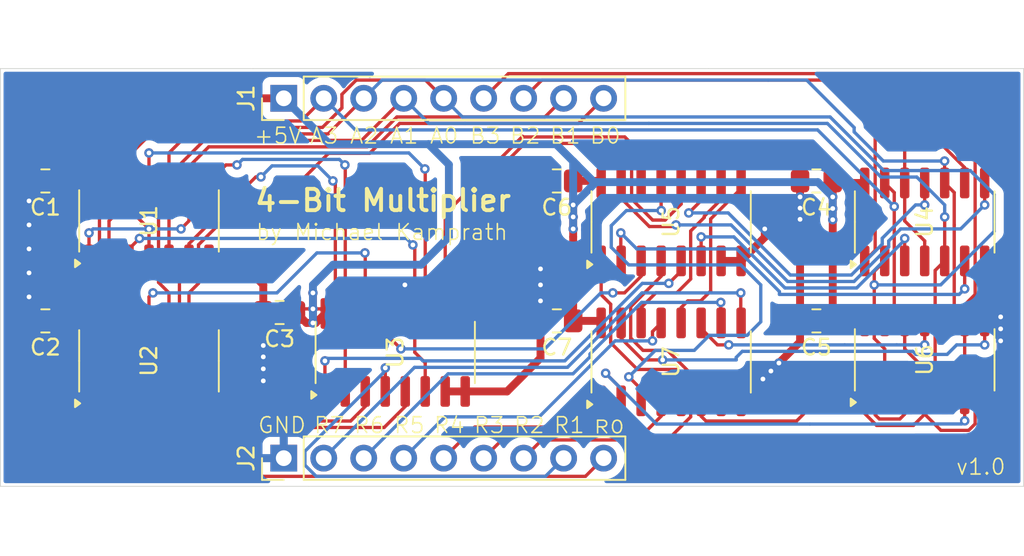
<source format=kicad_pcb>
(kicad_pcb (version 20241229) (generator "pcbnew") (generator_version "9.0")
  (layers (0 "F.Cu" signal) (2 "B.Cu" signal) (13 "F.Paste" user) (15 "B.Paste" user) (5 "F.SilkS" user "F.Silkscreen") (7 "B.SilkS" user "B.Silkscreen") (1 "F.Mask" user) (3 "B.Mask" user) (25 "Edge.Cuts" user))
  (net 0 "")
  (net 1 "GND")
  (net 2 "+5V")
  (net 3 "/B3")
  (net 4 "/B1")
  (net 5 "/A1")
  (net 6 "/A3")
  (net 7 "/B2")
  (net 8 "/B0")
  (net 9 "/A0")
  (net 10 "/A2")
  (net 11 "/R2")
  (net 12 "/R7")
  (net 13 "/R4")
  (net 14 "/R5")
  (net 15 "/R0")
  (net 16 "/R1")
  (net 17 "/R3")
  (net 18 "/R6")
  (net 19 "Net-(U3-B2)")
  (net 20 "Net-(U3-B1)")
  (net 21 "Net-(U3-B4)")
  (net 22 "Net-(U3-B3)")
  (net 23 "Net-(U3-A3)")
  (net 24 "Net-(U3-A1)")
  (net 25 "Net-(U3-A2)")
  (net 26 "Net-(U3-S2)")
  (net 27 "Net-(U3-S3)")
  (net 28 "Net-(U3-C4)")
  (net 29 "Net-(U3-S4)")
  (net 30 "Net-(U5-B1)")
  (net 31 "Net-(U5-B2)")
  (net 32 "Net-(U5-B3)")
  (net 33 "Net-(U5-B4)")
  (net 34 "Net-(U5-S4)")
  (net 35 "Net-(U5-S3)")
  (net 36 "Net-(U5-S2)")
  (net 37 "Net-(U5-C4)")
  (net 38 "Net-(U7-B4)")
  (net 39 "Net-(U7-B2)")
  (net 40 "Net-(U7-B3)")
  (net 41 "Net-(U7-B1)")
  (footprint "Connector_PinHeader_2.54mm:PinHeader_1x09_P2.54mm_Vertical" (layer "F.Cu") (at 100 112.86 90)
    (property "Reference" "J2")
    (property "Value" "Conn_01x09_Pin")
  )
  (footprint "Capacitor_SMD:C_0805_2012Metric_Pad1.18x1.45mm_HandSolder" (layer "F.Cu") (at 133.8365 104.14 180)
    (property "Reference" "C5")
    (property "Value" "0.1 µF")
  )
  (footprint "Capacitor_SMD:C_0805_2012Metric_Pad1.18x1.45mm_HandSolder" (layer "F.Cu") (at 133.8365 95.25 180)
    (property "Reference" "C4")
    (property "Value" "0.1 µF")
  )
  (footprint "Package_SO:SOIC-14_3.9x8.7mm_P1.27mm" (layer "F.Cu") (at 91.44 97.79 90)
    (property "Reference" "U1")
    (property "Value" "74AHCT08")
  )
  (footprint "Package_SO:SOIC-16_3.9x9.9mm_P1.27mm" (layer "F.Cu") (at 124.6085 106.745 90)
    (property "Reference" "U7")
    (property "Value" "74HCT283")
  )
  (footprint "Package_SO:SOIC-16_3.9x9.9mm_P1.27mm" (layer "F.Cu") (at 107.0825 106.1466 90)
    (property "Reference" "U3")
    (property "Value" "74HCT283")
  )
  (footprint "Capacitor_SMD:C_0805_2012Metric_Pad1.18x1.45mm_HandSolder" (layer "F.Cu") (at 117.348 104.14 180)
    (property "Reference" "C7")
    (property "Value" "0.1 µF")
  )
  (footprint "Package_SO:SOIC-14_3.9x8.7mm_P1.27mm" (layer "F.Cu") (at 140.716 97.855 90)
    (property "Reference" "U4")
    (property "Value" "74AHCT08")
  )
  (footprint "Capacitor_SMD:C_0805_2012Metric_Pad1.18x1.45mm_HandSolder" (layer "F.Cu") (at 84.8575 95.25 180)
    (property "Reference" "C1")
    (property "Value" "0.1 µF")
  )
  (footprint "Capacitor_SMD:C_0805_2012Metric_Pad1.18x1.45mm_HandSolder" (layer "F.Cu") (at 99.738 103.6066 180)
    (property "Reference" "C3")
    (property "Value" "0.1 µF")
  )
  (footprint "Package_SO:SOIC-14_3.9x8.7mm_P1.27mm" (layer "F.Cu") (at 91.44 106.68 90)
    (property "Reference" "U2")
    (property "Value" "74AHCT08")
  )
  (footprint "Package_SO:SOIC-16_3.9x9.9mm_P1.27mm" (layer "F.Cu") (at 124.6085 97.855 90)
    (property "Reference" "U5")
    (property "Value" "74HCT283")
  )
  (footprint "Capacitor_SMD:C_0805_2012Metric_Pad1.18x1.45mm_HandSolder" (layer "F.Cu") (at 117.348 95.25 180)
    (property "Reference" "C6")
    (property "Value" "0.1 µF")
  )
  (footprint "Connector_PinHeader_2.54mm:PinHeader_1x09_P2.54mm_Vertical" (layer "F.Cu") (at 100 90 90)
    (property "Reference" "J1")
    (property "Value" "Conn_01x09_Pin")
  )
  (footprint "Package_SO:SOIC-14_3.9x8.7mm_P1.27mm" (layer "F.Cu") (at 140.716 106.615 90)
    (property "Reference" "U6")
    (property "Value" "74AHCT08")
  )
  (footprint "Capacitor_SMD:C_0805_2012Metric_Pad1.18x1.45mm_HandSolder" (layer "F.Cu") (at 84.8575 104.14 180)
    (property "Reference" "C2")
    (property "Value" "0.1 µF")
  )
  (gr_line (start 82 88.1126) (end 82 114.65) (stroke (width 0.05)) (layer "Edge.Cuts"))
  (gr_line (start 101.6 114.65) (end 82 114.65) (stroke (width 0.05)) (layer "Edge.Cuts"))
  (gr_line (start 101.6 114.65) (end 147 114.65) (stroke (width 0.05)) (layer "Edge.Cuts"))
  (gr_line (start 147 88.1126) (end 147 114.65) (stroke (width 0.05)) (layer "Edge.Cuts"))
  (gr_line (start 98.044 88.1126) (end 82 88.1126) (stroke (width 0.05)) (layer "Edge.Cuts"))
  (gr_line (start 98.044 88.1126) (end 127 88.1126) (stroke (width 0.05)) (layer "Edge.Cuts"))
  (gr_line (start 127 88.1126) (end 147 88.1126) (stroke (width 0.05)) (layer "Edge.Cuts"))
  (gr_text "R2" (at 114.554 111.3536 0) (layer "F.SilkS") (effects (font (size 1 1) (thickness 0.1)) (justify left bottom)))
  (gr_text "4-Bit Multiplier" (at 98.044 97.282 0) (layer "F.SilkS") (effects (font (size 1.35 1.35) (thickness 0.25) (bold yes)) (justify left bottom)))
  (gr_text "A2" (at 104.14 92.964 0) (layer "F.SilkS") (effects (font (size 1 1) (thickness 0.1)) (justify left bottom)))
  (gr_text "B1" (at 116.84 92.964 0) (layer "F.SilkS") (effects (font (size 1 1) (thickness 0.1)) (justify left bottom)))
  (gr_text "R6" (at 104.394 111.3536 0) (layer "F.SilkS") (effects (font (size 1 1) (thickness 0.1)) (justify left bottom)))
  (gr_text "A3" (at 101.6 92.964 0) (layer "F.SilkS") (effects (font (size 1 1) (thickness 0.1)) (justify left bottom)))
  (gr_text "A0" (at 109.22 92.964 0) (layer "F.SilkS") (effects (font (size 1 1) (thickness 0.1)) (justify left bottom)))
  (gr_text "R4" (at 109.474 111.3536 0) (layer "F.SilkS") (effects (font (size 1 1) (thickness 0.1)) (justify left bottom)))
  (gr_text "R5" (at 106.934 111.3536 0) (layer "F.SilkS") (effects (font (size 1 1) (thickness 0.1)) (justify left bottom)))
  (gr_text "B0" (at 119.38 92.964 0) (layer "F.SilkS") (effects (font (size 1 1) (thickness 0.1)) (justify left bottom)))
  (gr_text "R1" (at 117.094 111.3536 0) (layer "F.SilkS") (effects (font (size 1 1) (thickness 0.1)) (justify left bottom)))
  (gr_text "B3" (at 111.76 92.964 0) (layer "F.SilkS") (effects (font (size 1 1) (thickness 0.1)) (justify left bottom)))
  (gr_text "R7" (at 101.854 111.3536 0) (layer "F.SilkS") (effects (font (size 1 1) (thickness 0.1)) (justify left bottom)))
  (gr_text "R0" (at 119.634 111.3536 0) (layer "F.SilkS") (effects (font (size 0.8 1) (thickness 0.1)) (justify left bottom)))
  (gr_text "v1.0" (at 142.6464 113.9952 0) (layer "F.SilkS") (effects (font (size 1 1) (thickness 0.1)) (justify left bottom)))
  (gr_text "by Michael Kamprath" (at 98.171 99.0854 0) (layer "F.SilkS") (effects (font (size 1 1) (thickness 0.1)) (justify left bottom)))
  (gr_text "B2" (at 114.3 92.964 0) (layer "F.SilkS") (effects (font (size 1 1) (thickness 0.1)) (justify left bottom)))
  (gr_text "+5V" (at 98.044 92.964 0) (layer "F.SilkS") (effects (font (size 1 1) (thickness 0.1)) (justify left bottom)))
  (gr_text "R3" (at 112.014 111.3536 0) (layer "F.SilkS") (effects (font (size 1 1) (thickness 0.1)) (justify left bottom)))
  (gr_text "GND" (at 98.298 111.3536 0) (layer "F.SilkS") (effects (font (size 1 1) (thickness 0.1)) (justify left bottom)))
  (gr_text "A1" (at 106.68 92.964 0) (layer "F.SilkS") (effects (font (size 1 1) (thickness 0.1)) (justify left bottom)))
  (segment (start 98.7005 106.426) (end 98.7005 105.7045) (width 0.5) (layer "F.Cu") (net 1))
  (segment (start 145.542 105.41) (end 145.542 108.074) (width 0.5) (layer "F.Cu") (net 1))
  (segment (start 83.82 101.092) (end 83.82 99.568) (width 0.5) (layer "F.Cu") (net 1))
  (segment (start 97.1154 100.265) (end 95.25 100.265) (width 0.5) (layer "F.Cu") (net 1))
  (segment (start 144.526 100.33) (end 145.542 101.346) (width 0.5) (layer "F.Cu") (net 1))
  (segment (start 130.94775 107.32575) (end 131.45575 106.81775) (width 0.5) (layer "F.Cu") (net 1))
  (segment (start 129.0535 100.33) (end 127.7835 100.33) (width 0.5) (layer "F.Cu") (net 1))
  (segment (start 130.43975 107.83375) (end 130.94775 107.32575) (width 0.5) (layer "F.Cu") (net 1))
  (segment (start 116.3105 106.4983) (end 114.1872 108.6216) (width 0.5) (layer "F.Cu") (net 1))
  (segment (start 132.799 105.4745) (end 132.799 104.14) (width 0.5) (layer "F.Cu") (net 1))
  (segment (start 116.3105 100.838) (end 116.3105 101.854) (width 0.5) (layer "F.Cu") (net 1))
  (segment (start 107.696 103.6501) (end 107.7175 103.6716) (width 0.21) (layer "F.Cu") (net 1))
  (segment (start 132.799 95.25) (end 132.799 96.266) (width 0.5) (layer "F.Cu") (net 1))
  (segment (start 98.7005 108.0555) (end 98.7005 107.95) (width 0.5) (layer "F.Cu") (net 1))
  (segment (start 97.601 109.155) (end 98.7005 108.0555) (width 0.5) (layer "F.Cu") (net 1))
  (segment (start 129.0535 109.22) (end 130.43975 107.83375) (width 0.5) (layer "F.Cu") (net 1))
  (segment (start 116.3105 95.25) (end 116.3105 100.838) (width 0.5) (layer "F.Cu") (net 1))
  (segment (start 116.3105 101.854) (end 116.3105 102.87) (width 0.5) (layer "F.Cu") (net 1))
  (segment (start 132.799 96.266) (end 132.799 96.774) (width 0.5) (layer "F.Cu") (net 1))
  (segment (start 130.556 98.8275) (end 129.0535 100.33) (width 0.5) (layer "F.Cu") (net 1))
  (segment (start 145.542 101.346) (end 145.542 103.886) (width 0.5) (layer "F.Cu") (net 1))
  (segment (start 107.7175 101.8755) (end 107.696 101.854) (width 0.21) (layer "F.Cu") (net 1))
  (segment (start 129.0535 109.22) (end 127.7835 109.22) (width 0.5) (layer "F.Cu") (net 1))
  (segment (start 116.3105 102.87) (end 116.3105 104.14) (width 0.5) (layer "F.Cu") (net 1))
  (segment (start 83.82 102.616) (end 83.82 101.092) (width 0.5) (layer "F.Cu") (net 1))
  (segment (start 107.696 101.854) (end 107.696 103.6501) (width 0.21) (layer "F.Cu") (net 1))
  (segment (start 116.3105 104.14) (end 116.3105 106.4983) (width 0.5) (layer "F.Cu") (net 1))
  (segment (start 98.7005 107.95) (end 98.7005 107.188) (width 0.5) (layer "F.Cu") (net 1))
  (segment (start 131.45575 106.81775) (end 132.799 105.4745) (width 0.5) (layer "F.Cu") (net 1))
  (segment (start 98.7005 107.188) (end 98.7005 106.426) (width 0.5) (layer "F.Cu") (net 1))
  (segment (start 130.556 98.298) (end 130.556 98.8275) (width 0.5) (layer "F.Cu") (net 1))
  (segment (start 95.25 109.155) (end 97.601 109.155) (width 0.5) (layer "F.Cu") (net 1))
  (segment (start 114.1872 108.6216) (end 111.5275 108.6216) (width 0.5) (layer "F.Cu") (net 1))
  (segment (start 98.7005 103.6066) (end 98.7005 101.8501) (width 0.5) (layer "F.Cu") (net 1))
  (segment (start 98.7005 101.8501) (end 97.1154 100.265) (width 0.5) (layer "F.Cu") (net 1))
  (segment (start 83.82 104.14) (end 83.82 102.616) (width 0.5) (layer "F.Cu") (net 1))
  (segment (start 83.82 98.044) (end 83.82 96.52) (width 0.5) (layer "F.Cu") (net 1))
  (segment (start 145.542 103.886) (end 145.542 105.41) (width 0.5) (layer "F.Cu") (net 1))
  (segment (start 83.82 99.568) (end 83.82 98.044) (width 0.5) (layer "F.Cu") (net 1))
  (segment (start 111.5275 108.6216) (end 110.2575 108.6216) (width 0.5) (layer "F.Cu") (net 1))
  (segment (start 145.542 108.074) (end 144.526 109.09) (width 0.5) (layer "F.Cu") (net 1))
  (segment (start 132.799 96.774) (end 132.799 97.282) (width 0.5) (layer "F.Cu") (net 1))
  (segment (start 83.82 96.52) (end 83.82 95.25) (width 0.5) (layer "F.Cu") (net 1))
  (segment (start 132.799 97.282) (end 132.799 104.14) (width 0.5) (layer "F.Cu") (net 1))
  (segment (start 98.7005 105.7045) (end 98.7005 105.7695) (width 0.5) (layer "F.Cu") (net 1))
  (segment (start 98.7005 105.7045) (end 98.7005 103.6066) (width 0.5) (layer "F.Cu") (net 1))
  (via (at 98.7005 106.426) (size 0.6) (drill 0.3) (layers "F.Cu" "B.Cu") (net 1))
  (via (at 116.3105 100.838) (size 0.6) (drill 0.3) (layers "F.Cu" "B.Cu") (net 1))
  (via (at 98.7005 107.95) (size 0.6) (drill 0.3) (layers "F.Cu" "B.Cu") (net 1))
  (via (at 116.3105 101.854) (size 0.6) (drill 0.3) (layers "F.Cu" "B.Cu") (net 1))
  (via (at 98.7005 107.188) (size 0.6) (drill 0.3) (layers "F.Cu" "B.Cu") (net 1))
  (via (at 132.799 96.266) (size 0.6) (drill 0.3) (layers "F.Cu" "B.Cu") (net 1))
  (via (at 83.82 99.568) (size 0.6) (drill 0.3) (layers "F.Cu" "B.Cu") (net 1))
  (via (at 131.45575 106.81775) (size 0.6) (drill 0.3) (layers "F.Cu" "B.Cu") (net 1))
  (via (at 145.542 105.41) (size 0.6) (drill 0.3) (layers "F.Cu" "B.Cu") (net 1))
  (via (at 83.82 98.044) (size 0.6) (drill 0.3) (layers "F.Cu" "B.Cu") (net 1))
  (via (at 83.82 102.616) (size 0.6) (drill 0.3) (layers "F.Cu" "B.Cu") (net 1))
  (via (at 98.7005 105.7045) (size 0.6) (drill 0.3) (layers "F.Cu" "B.Cu") (net 1))
  (via (at 130.556 98.298) (size 0.6) (drill 0.3) (layers "F.Cu" "B.Cu") (net 1))
  (via (at 132.799 97.6884) (size 0.6) (drill 0.3) (layers "F.Cu" "B.Cu") (net 1))
  (via (at 83.82 101.092) (size 0.6) (drill 0.3) (layers "F.Cu" "B.Cu") (net 1))
  (via (at 130.94775 107.32575) (size 0.6) (drill 0.3) (layers "F.Cu" "B.Cu") (net 1))
  (via (at 130.43975 107.83375) (size 0.6) (drill 0.3) (layers "F.Cu" "B.Cu") (net 1))
  (via (at 132.799 96.9772) (size 0.6) (drill 0.3) (layers "F.Cu" "B.Cu") (net 1))
  (via (at 107.696 101.854) (size 0.6) (drill 0.3) (layers "F.Cu" "B.Cu") (net 1))
  (via (at 83.82 96.52) (size 0.6) (drill 0.3) (layers "F.Cu" "B.Cu") (net 1))
  (via (at 145.542 103.886) (size 0.6) (drill 0.3) (layers "F.Cu" "B.Cu") (net 1))
  (via (at 145.542 104.648) (size 0.6) (drill 0.3) (layers "F.Cu" "B.Cu") (net 1))
  (via (at 116.3105 102.87) (size 0.6) (drill 0.3) (layers "F.Cu" "B.Cu") (net 1))
  (segment (start 130.556 98.298) (end 128.6366 96.3786) (width 0.5) (layer "B.Cu") (net 1))
  (segment (start 130.556 98.298) (end 132.1894 98.298) (width 0.5) (layer "B.Cu") (net 1))
  (segment (start 107.696 101.854) (end 116.3105 101.854) (width 0.5) (layer "B.Cu") (net 1))
  (segment (start 116.586 101.854) (end 119.1365 99.3035) (width 0.5) (layer "B.Cu") (net 1))
  (segment (start 98.7005 105.7045) (end 103.8455 105.7045) (width 0.5) (layer "B.Cu") (net 1))
  (segment (start 98.7005 105.7045) (end 98.7005 109.8765) (width 0.5) (layer "B.Cu") (net 1))
  (segment (start 100 112.86) (end 87.206 112.86) (width 0.5) (layer "B.Cu") (net 1))
  (segment (start 130.43975 107.83375) (end 131.45575 106.81775) (width 0.5) (layer "B.Cu") (net 1))
  (segment (start 145.542 106.172) (end 145.542 105.41) (width 0.5) (layer "B.Cu") (net 1))
  (segment (start 131.45575 106.81775) (end 131.572 106.934) (width 0.5) (layer "B.Cu") (net 1))
  (segment (start 132.1894 98.298) (end 132.799 97.6884) (width 0.5) (layer "B.Cu") (net 1))
  (segment (start 145.542 104.648) (end 145.542 103.886) (width 0.5) (layer "B.Cu") (net 1))
  (segment (start 83.82 109.474) (end 83.82 97.028) (width 0.5) (layer "B.Cu") (net 1))
  (segment (start 116.3105 101.854) (end 116.586 101.854) (width 0.5) (layer "B.Cu") (net 1))
  (segment (start 119.1365 98.0589) (end 119.1365 98.3488) (width 0.5) (layer "B.Cu") (net 1))
  (segment (start 120.8168 96.3786) (end 119.1365 98.0589) (width 0.5) (layer "B.Cu") (net 1))
  (segment (start 116.3105 100.838) (end 116.3105 102.87) (width 0.5) (layer "B.Cu") (net 1))
  (segment (start 98.7005 109.8765) (end 100 111.176) (width 0.5) (layer "B.Cu") (net 1))
  (segment (start 87.206 112.86) (end 83.82 109.474) (width 0.5) (layer "B.Cu") (net 1))
  (segment (start 103.8455 105.7045) (end 107.696 101.854) (width 0.5) (layer "B.Cu") (net 1))
  (segment (start 132.799 97.6884) (end 132.799 96.266) (width 0.5) (layer "B.Cu") (net 1))
  (segment (start 131.572 106.934) (end 144.78 106.934) (width 0.5) (layer "B.Cu") (net 1))
  (segment (start 100 111.176) (end 100 112.86) (width 0.5) (layer "B.Cu") (net 1))
  (segment (start 144.78 106.934) (end 145.542 106.172) (width 0.5) (layer "B.Cu") (net 1))
  (segment (start 119.1365 99.3035) (end 119.1365 98.3488) (width 0.5) (layer "B.Cu") (net 1))
  (segment (start 128.6366 96.3786) (end 120.8168 96.3786) (width 0.5) (layer "B.Cu") (net 1))
  (segment (start 145.542 105.41) (end 145.542 104.648) (width 0.5) (layer "B.Cu") (net 1))
  (segment (start 88.308 90) (end 85.895 92.413) (width 0.5) (layer "F.Cu") (net 2))
  (segment (start 101.854 102.362) (end 101.854 104.27) (width 0.5) (layer "F.Cu") (net 2))
  (segment (start 101.854 104.27) (end 102.0391 104.27) (width 0.5) (layer "F.Cu") (net 2))
  (segment (start 118.3855 101.092) (end 118.3855 100.33) (width 0.5) (layer "F.Cu") (net 2))
  (segment (start 101.854 104.27) (end 101.4389 104.27) (width 0.5) (layer "F.Cu") (net 2))
  (segment (start 87.565 104.14) (end 87.63 104.205) (width 0.5) (layer "F.Cu") (net 2))
  (segment (start 101.0041 103.378) (end 100.7755 103.6066) (width 0.21) (layer "F.Cu") (net 2))
  (segment (start 135.004 95.38) (end 134.874 95.25) (width 0.5) (layer "F.Cu") (net 2))
  (segment (start 120.0335 104.14) (end 120.1635 104.27) (width 0.5) (layer "F.Cu") (net 2))
  (segment (start 118.3855 104.14) (end 118.3855 101.854) (width 0.5) (layer "F.Cu") (net 2))
  (segment (start 120.0335 95.25) (end 120.1635 95.38) (width 0.5) (layer "F.Cu") (net 2))
  (segment (start 136.906 104.14) (end 134.874 104.14) (width 0.5) (layer "F.Cu") (net 2))
  (segment (start 101.854 103.378) (end 102.3439 103.378) (width 0.21) (layer "F.Cu") (net 2))
  (segment (start 118.3855 100.33) (end 118.3855 99.568) (width 0.5) (layer "F.Cu") (net 2))
  (segment (start 118.3855 104.14) (end 120.0335 104.14) (width 0.5) (layer "F.Cu") (net 2))
  (segment (start 134.874 95.25) (end 134.874 97.282) (width 0.5) (layer "F.Cu") (net 2))
  (segment (start 136.906 95.38) (end 135.004 95.38) (width 0.5) (layer "F.Cu") (net 2))
  (segment (start 101.854 103.378) (end 101.0041 103.378) (width 0.21) (layer "F.Cu") (net 2))
  (segment (start 102.3439 103.378) (end 102.6375 103.6716) (width 0.21) (layer "F.Cu") (net 2))
  (segment (start 134.874 97.282) (end 134.874 104.14) (width 0.5) (layer "F.Cu") (net 2))
  (segment (start 100 90) (end 88.308 90) (width 0.5) (layer "F.Cu") (net 2))
  (segment (start 118.3855 98.806) (end 118.3855 95.25) (width 0.5) (layer "F.Cu") (net 2))
  (segment (start 118.3855 95.25) (end 120.0335 95.25) (width 0.5) (layer "F.Cu") (net 2))
  (segment (start 85.895 95.25) (end 87.565 95.25) (width 0.5) (layer "F.Cu") (net 2))
  (segment (start 85.895 95.25) (end 85.895 104.14) (width 0.5) (layer "F.Cu") (net 2))
  (segment (start 118.3855 101.854) (end 118.3855 101.092) (width 0.5) (layer "F.Cu") (net 2))
  (segment (start 85.895 104.14) (end 87.565 104.14) (width 0.5) (layer "F.Cu") (net 2))
  (segment (start 118.3855 99.568) (end 118.3855 98.806) (width 0.5) (layer "F.Cu") (net 2))
  (segment (start 101.4389 104.27) (end 100.7755 103.6066) (width 0.5) (layer "F.Cu") (net 2))
  (segment (start 85.895 92.413) (end 85.895 95.25) (width 0.5) (layer "F.Cu") (net 2))
  (segment (start 87.565 95.25) (end 87.63 95.315) (width 0.5) (layer "F.Cu") (net 2))
  (segment (start 102.0391 104.27) (end 102.6375 103.6716) (width 0.5) (layer "F.Cu") (net 2))
  (via (at 101.854 104.27) (size 0.6) (drill 0.3) (layers "F.Cu" "B.Cu") (net 2))
  (via (at 118.3855 98.298) (size 0.6) (drill 0.3) (layers "F.Cu" "B.Cu") (net 2))
  (via (at 118.3855 97.536) (size 0.6) (drill 0.3) (layers "F.Cu" "B.Cu") (net 2))
  (via (at 101.854 103.378) (size 0.6) (drill 0.3) (layers "F.Cu" "B.Cu") (net 2))
  (via (at 101.854 102.362) (size 0.6) (drill 0.3) (layers "F.Cu" "B.Cu") (net 2))
  (via (at 134.874 97.0026) (size 0.6) (drill 0.3) (layers "F.Cu" "B.Cu") (net 2))
  (via (at 118.3855 96.774) (size 0.6) (drill 0.3) (layers "F.Cu" "B.Cu") (net 2))
  (via (at 134.874 96.266) (size 0.6) (drill 0.3) (layers "F.Cu" "B.Cu") (net 2))
  (via (at 134.874 97.7138) (size 0.6) (drill 0.3) (layers "F.Cu" "B.Cu") (net 2))
  (segment (start 117.3 92.916) (end 118.6307 94.2467) (width 0.5) (layer "B.Cu") (net 2))
  (segment (start 110.49 98.806) (end 110.49 94.2114) (width 0.5) (layer "B.Cu") (net 2))
  (segment (start 118.3855 97.536) (end 118.3855 98.298) (width 0.5) (layer "B.Cu") (net 2))
  (segment (start 118.3855 96.774) (end 118.3855 94.0015) (width 0.5) (layer "B.Cu") (net 2))
  (segment (start 103.135 100.573) (end 101.854 101.854) (width 0.5) (layer "B.Cu") (net 2))
  (segment (start 110.49 94.2114) (end 109.1946 92.916) (width 0.5) (layer "B.Cu") (net 2))
  (segment (start 119.7102 95.3262) (end 119.8333 95.3262) (width 0.5) (layer "B.Cu") (net 2))
  (segment (start 108.723 100.573) (end 110.49 98.806) (width 0.5) (layer "B.Cu") (net 2))
  (segment (start 134.874 96.266) (end 134.874 97.7138) (width 0.5) (layer "B.Cu") (net 2))
  (segment (start 102.916 92.916) (end 109.1946 92.916) (width 0.5) (layer "B.Cu") (net 2))
  (segment (start 109.1946 92.916) (end 117.3 92.916) (width 0.5) (layer "B.Cu") (net 2))
  (segment (start 118.3855 96.774) (end 118.3855 97.536) (width 0.5) (layer "B.Cu") (net 2))
  (segment (start 133.9342 95.3262) (end 119.8333 95.3262) (width 0.5) (layer "B.Cu") (net 2))
  (segment (start 119.8333 95.3262) (end 118.3855 96.774) (width 0.5) (layer "B.Cu") (net 2))
  (segment (start 101.854 101.854) (end 101.854 104.27) (width 0.5) (layer "B.Cu") (net 2))
  (segment (start 118.3855 94.0015) (end 118.6307 94.2467) (width 0.5) (layer "B.Cu") (net 2))
  (segment (start 103.135 100.573) (end 108.723 100.573) (width 0.5) (layer "B.Cu") (net 2))
  (segment (start 133.9342 95.3262) (end 134.874 96.266) (width 0.5) (layer "B.Cu") (net 2))
  (segment (start 100 90) (end 102.916 92.916) (width 0.5) (layer "B.Cu") (net 2))
  (segment (start 118.6307 94.2467) (end 119.7102 95.3262) (width 0.5) (layer "B.Cu") (net 2))
  (segment (start 143.92 102.46) (end 143.92 91.85) (width 0.21) (layer "F.Cu") (net 3))
  (segment (start 139.446 104.14) (end 139.446 105.918) (width 0.21) (layer "F.Cu") (net 3))
  (segment (start 143.256 103.124) (end 143.92 102.46) (width 0.21) (layer "F.Cu") (net 3))
  (segment (start 140.716 110.064999) (end 140.716 109.09) (width 0.21) (layer "F.Cu") (net 3))
  (segment (start 114.267 88.433) (end 112.7 90) (width 0.21) (layer "F.Cu") (net 3))
  (segment (start 143.92 91.85) (end 140.503 88.433) (width 0.21) (layer "F.Cu") (net 3))
  (segment (start 137.66272 110.782) (end 139.998999 110.782) (width 0.21) (layer "F.Cu") (net 3))
  (segment (start 141.747001 111.096) (end 140.716 110.064999) (width 0.21) (layer "F.Cu") (net 3))
  (segment (start 136.906 109.09) (end 136.906 110.02528) (width 0.21) (layer "F.Cu") (net 3))
  (segment (start 143.256 106.426) (end 143.92 107.09) (width 0.21) (layer "F.Cu") (net 3))
  (segment (start 140.503 88.433) (end 114.267 88.433) (width 0.21) (layer "F.Cu") (net 3))
  (segment (start 143.92 107.09) (end 143.92 110.683014) (width 0.21) (layer "F.Cu") (net 3))
  (segment (start 143.507014 111.096) (end 141.747001 111.096) (width 0.21) (layer "F.Cu") (net 3))
  (segment (start 143.256 104.14) (end 143.256 106.426) (width 0.21) (layer "F.Cu") (net 3))
  (segment (start 136.906 110.02528) (end 137.66272 110.782) (width 0.21) (layer "F.Cu") (net 3))
  (segment (start 143.92 110.683014) (end 143.507014 111.096) (width 0.21) (layer "F.Cu") (net 3))
  (segment (start 143.256 104.14) (end 143.256 103.124) (width 0.21) (layer "F.Cu") (net 3))
  (segment (start 140.716 107.188) (end 140.716 109.09) (width 0.21) (layer "F.Cu") (net 3))
  (segment (start 139.998999 110.782) (end 140.716 110.064999) (width 0.21) (layer "F.Cu") (net 3))
  (segment (start 139.446 105.918) (end 140.716 107.188) (width 0.21) (layer "F.Cu") (net 3))
  (segment (start 87.63 98.552) (end 87.63 100.265) (width 0.21) (layer "F.Cu") (net 4))
  (segment (start 105.29 93.084) (end 107.188 91.186) (width 0.21) (layer "F.Cu") (net 4))
  (segment (start 116.594 91.186) (end 117.78 90) (width 0.21) (layer "F.Cu") (net 4))
  (segment (start 93.98 94.340001) (end 95.236001 93.084) (width 0.21) (layer "F.Cu") (net 4))
  (segment (start 93.98 95.315) (end 93.98 94.340001) (width 0.21) (layer "F.Cu") (net 4))
  (segment (start 90.17 95.315) (end 90.17 97.028) (width 0.21) (layer "F.Cu") (net 4))
  (segment (start 107.188 91.186) (end 116.594 91.186) (width 0.21) (layer "F.Cu") (net 4))
  (segment (start 93.98 95.315) (end 93.98 97.79) (width 0.21) (layer "F.Cu") (net 4))
  (segment (start 91.44 98.298) (end 91.44 100.265) (width 0.21) (layer "F.Cu") (net 4))
  (segment (start 95.236001 93.084) (end 105.29 93.084) (width 0.21) (layer "F.Cu") (net 4))
  (segment (start 93.98 97.79) (end 93.472 98.298) (width 0.21) (layer "F.Cu") (net 4))
  (segment (start 90.17 97.028) (end 91.44 98.298) (width 0.21) (layer "F.Cu") (net 4))
  (via (at 93.472 98.298) (size 0.6) (drill 0.3) (layers "F.Cu" "B.Cu") (net 4))
  (via (at 87.63 98.552) (size 0.6) (drill 0.3) (layers "F.Cu" "B.Cu") (net 4))
  (via (at 91.44 98.298) (size 0.6) (drill 0.3) (layers "F.Cu" "B.Cu") (net 4))
  (segment (start 91.44 98.298) (end 87.884 98.298) (width 0.21) (layer "B.Cu") (net 4))
  (segment (start 87.884 98.298) (end 87.63 98.552) (width 0.21) (layer "B.Cu") (net 4))
  (segment (start 93.472 98.298) (end 91.44 98.298) (width 0.21) (layer "B.Cu") (net 4))
  (segment (start 93.316 94.296962) (end 93.316 96.93) (width 0.21) (layer "F.Cu") (net 5))
  (segment (start 141.38 108.484) (end 141.986 109.09) (width 0.21) (layer "F.Cu") (net 5))
  (segment (start 104.947 92.673) (end 94.939962 92.673) (width 0.21) (layer "F.Cu") (net 5))
  (segment (start 92.71 106.68) (end 92.71 109.155) (width 0.21) (layer "F.Cu") (net 5))
  (segment (start 92.71 100.265) (end 93.374 100.929) (width 0.21) (layer "F.Cu") (net 5))
  (segment (start 141.986 100.33) (end 141.38 100.936) (width 0.21) (layer "F.Cu") (net 5))
  (segment (start 94.939962 92.673) (end 93.316 94.296962) (width 0.21) (layer "F.Cu") (net 5))
  (segment (start 93.374 100.929) (end 93.374 106.016) (width 0.21) (layer "F.Cu") (net 5))
  (segment (start 141.986 97.536) (end 141.986 100.33) (width 0.21) (layer "F.Cu") (net 5))
  (segment (start 92.71 97.536) (end 92.71 100.265) (width 0.21) (layer "F.Cu") (net 5))
  (segment (start 93.316 96.93) (end 92.71 97.536) (width 0.21) (layer "F.Cu") (net 5))
  (segment (start 107.62 90) (end 104.947 92.673) (width 0.21) (layer "F.Cu") (net 5))
  (segment (start 141.38 100.936) (end 141.38 108.484) (width 0.21) (layer "F.Cu") (net 5))
  (segment (start 93.374 106.016) (end 92.71 106.68) (width 0.21) (layer "F.Cu") (net 5))
  (via (at 141.986 97.536) (size 0.6) (drill 0.3) (layers "F.Cu" "B.Cu") (net 5))
  (segment (start 123.19 91.597) (end 134.535502 91.597) (width 0.21) (layer "B.Cu") (net 5))
  (segment (start 111.516242 91.597) (end 123.19 91.597) (width 0.21) (layer "B.Cu") (net 5))
  (segment (start 140.214301 95.002301) (end 141.986 96.774) (width 0.21) (layer "B.Cu") (net 5))
  (segment (start 134.535502 91.597) (end 137.940803 95.002301) (width 0.21) (layer "B.Cu") (net 5))
  (segment (start 141.986 96.774) (end 141.986 97.536) (width 0.21) (layer "B.Cu") (net 5))
  (segment (start 137.940803 95.002301) (end 140.208 95.002301) (width 0.21) (layer "B.Cu") (net 5))
  (segment (start 109.217 91.597) (end 111.516242 91.597) (width 0.21) (layer "B.Cu") (net 5))
  (segment (start 107.62 90) (end 109.217 91.597) (width 0.21) (layer "B.Cu") (net 5))
  (segment (start 140.208 95.002301) (end 140.214301 95.002301) (width 0.21) (layer "B.Cu") (net 5))
  (segment (start 138.782 96.8756) (end 138.782 103.534) (width 0.21) (layer "F.Cu") (net 6))
  (segment (start 138.782 103.534) (end 138.176 104.14) (width 0.21) (layer "F.Cu") (net 6))
  (segment (start 138.782 95.986) (end 138.176 95.38) (width 0.21) (layer "F.Cu") (net 6))
  (segment (start 88.9 95.315) (end 88.294 95.921) (width 0.21) (layer "F.Cu") (net 6))
  (segment (start 90.932 91.44) (end 88.9 93.472) (width 0.21) (layer "F.Cu") (net 6))
  (segment (start 88.9 93.472) (end 88.9 95.315) (width 0.21) (layer "F.Cu") (net 6))
  (segment (start 88.294 101.502) (end 88.9 102.108) (width 0.21) (layer "F.Cu") (net 6))
  (segment (start 88.294 95.921) (end 88.294 101.502) (width 0.21) (layer "F.Cu") (net 6))
  (segment (start 138.782 96.8756) (end 138.782 95.986) (width 0.21) (layer "F.Cu") (net 6))
  (segment (start 101.1 91.44) (end 90.932 91.44) (width 0.21) (layer "F.Cu") (net 6))
  (segment (start 88.9 102.108) (end 88.9 104.205) (width 0.21) (layer "F.Cu") (net 6))
  (segment (start 102.54 90) (end 101.1 91.44) (width 0.21) (layer "F.Cu") (net 6))
  (via (at 138.782 96.8756) (size 0.6) (drill 0.3) (layers "F.Cu" "B.Cu") (net 6))
  (segment (start 104.548 92.008) (end 133.9144 92.008) (width 0.21) (layer "B.Cu") (net 6))
  (segment (start 102.54 90) (end 104.548 92.008) (width 0.21) (layer "B.Cu") (net 6))
  (segment (start 133.9144 92.008) (end 138.782 96.8756) (width 0.21) (layer "B.Cu") (net 6))
  (segment (start 136.779 90.043) (end 139.446 92.71) (width 0.21) (layer "F.Cu") (net 7))
  (segment (start 140.716 99.06) (end 139.446 97.79) (width 0.21) (layer "F.Cu") (net 7))
  (segment (start 115.24 90) (end 116.396 88.844) (width 0.21) (layer "F.Cu") (net 7))
  (segment (start 139.446 97.79) (end 139.446 95.38) (width 0.21) (layer "F.Cu") (net 7))
  (segment (start 139.446 92.71) (end 139.446 95.38) (width 0.21) (layer "F.Cu") (net 7))
  (segment (start 116.396 88.844) (end 135.58 88.844) (width 0.21) (layer "F.Cu") (net 7))
  (segment (start 139.446 92.71) (end 141.560999 92.71) (width 0.21) (layer "F.Cu") (net 7))
  (segment (start 136.779 90.043) (end 137.57 90.834) (width 0.21) (layer "F.Cu") (net 7))
  (segment (start 137.57 99.666) (end 136.906 100.33) (width 0.21) (layer "F.Cu") (net 7))
  (segment (start 135.58 88.844) (end 136.779 90.043) (width 0.21) (layer "F.Cu") (net 7))
  (segment (start 140.716 100.33) (end 140.716 99.06) (width 0.21) (layer "F.Cu") (net 7))
  (segment (start 141.560999 92.71) (end 143.256 94.405001) (width 0.21) (layer "F.Cu") (net 7))
  (segment (start 137.57 90.834) (end 137.57 99.666) (width 0.21) (layer "F.Cu") (net 7))
  (segment (start 143.256 94.405001) (end 143.256 95.38) (width 0.21) (layer "F.Cu") (net 7))
  (segment (start 91.44 109.155) (end 91.44 108.180001) (width 0.21) (layer "F.Cu") (net 8))
  (segment (start 93.053038 110.436) (end 91.746001 110.436) (width 0.21) (layer "F.Cu") (net 8))
  (segment (start 118.723 91.597) (end 120.32 90) (width 0.21) (layer "F.Cu") (net 8))
  (segment (start 90.955999 107.696) (end 89.946962 107.696) (width 0.21) (layer "F.Cu") (net 8))
  (segment (start 107.358242 91.597) (end 118.723 91.597) (width 0.21) (layer "F.Cu") (net 8))
  (segment (start 87.884 110.49) (end 87.63 110.236) (width 0.21) (layer "F.Cu") (net 8))
  (segment (start 93.316 106.836) (end 93.316 110.173038) (width 0.21) (layer "F.Cu") (net 8))
  (segment (start 99.822 96.52) (end 97.282 96.52) (width 0.21) (layer "F.Cu") (net 8))
  (segment (start 89.189038 110.49) (end 87.884 110.49) (width 0.21) (layer "F.Cu") (net 8))
  (segment (start 94.586 101.756) (end 93.98 102.362) (width 0.21) (layer "F.Cu") (net 8))
  (segment (start 105.460242 93.495) (end 107.358242 91.597) (width 0.21) (layer "F.Cu") (net 8))
  (segment (start 93.98 106.172) (end 93.316 106.836) (width 0.21) (layer "F.Cu") (net 8))
  (segment (start 87.63 110.236) (end 87.63 109.155) (width 0.21) (layer "F.Cu") (net 8))
  (segment (start 90.17 104.205) (end 90.17 105.664) (width 0.21) (layer "F.Cu") (net 8))
  (segment (start 91.44 110.129999) (end 91.44 109.155) (width 0.21) (layer "F.Cu") (net 8))
  (segment (start 93.98 104.205) (end 93.98 106.172) (width 0.21) (layer "F.Cu") (net 8))
  (segment (start 91.44 108.180001) (end 90.955999 107.696) (width 0.21) (layer "F.Cu") (net 8))
  (segment (start 97.282 96.608962) (end 94.586 99.304962) (width 0.21) (layer "F.Cu") (net 8))
  (segment (start 89.506 110.173038) (end 89.189038 110.49) (width 0.21) (layer "F.Cu") (net 8))
  (segment (start 91.44 106.934) (end 91.44 109.155) (width 0.21) (layer "F.Cu") (net 8))
  (segment (start 90.17 105.664) (end 91.44 106.934) (width 0.21) (layer "F.Cu") (net 8))
  (segment (start 97.282 96.52) (end 97.282 96.608962) (width 0.21) (layer "F.Cu") (net 8))
  (segment (start 93.316 110.173038) (end 93.053038 110.436) (width 0.21) (layer "F.Cu") (net 8))
  (segment (start 102.847 93.495) (end 105.460242 93.495) (width 0.21) (layer "F.Cu") (net 8))
  (segment (start 91.746001 110.436) (end 91.44 110.129999) (width 0.21) (layer "F.Cu") (net 8))
  (segment (start 102.847 93.495) (end 99.822 96.52) (width 0.21) (layer "F.Cu") (net 8))
  (segment (start 94.586 99.304962) (end 94.586 101.756) (width 0.21) (layer "F.Cu") (net 8))
  (segment (start 89.946962 107.696) (end 89.506 108.136962) (width 0.21) (layer "F.Cu") (net 8))
  (segment (start 93.98 102.362) (end 93.98 104.205) (width 0.21) (layer "F.Cu") (net 8))
  (segment (start 89.506 108.136962) (end 89.506 110.173038) (width 0.21) (layer "F.Cu") (net 8))
  (segment (start 102.459 91.851) (end 91.951962 91.851) (width 0.21) (layer "F.Cu") (net 9))
  (segment (start 88.9 109.155) (end 88.9 106.68) (width 0.21) (layer "F.Cu") (net 9))
  (segment (start 88.9 106.68) (end 89.506 106.074) (width 0.21) (layer "F.Cu") (net 9))
  (segment (start 91.951962 91.851) (end 89.506 94.296962) (width 0.21) (layer "F.Cu") (net 9))
  (segment (start 89.506 97.184) (end 88.9 97.79) (width 0.21) (layer "F.Cu") (net 9))
  (segment (start 89.506 102.132758) (end 88.9 101.526758) (width 0.21) (layer "F.Cu") (net 9))
  (segment (start 103.696 89.749169) (end 103.696 90.614) (width 0.21) (layer "F.Cu") (net 9))
  (segment (start 109.004 88.844) (end 104.601169 88.844) (width 0.21) (layer "F.Cu") (net 9))
  (segment (start 110.16 90) (end 109.004 88.844) (width 0.21) (layer "F.Cu") (net 9))
  (segment (start 138.176 109.09) (end 138.176 105.918) (width 0.21) (layer "F.Cu") (net 9))
  (segment (start 88.9 97.79) (end 88.9 100.265) (width 0.21) (layer "F.Cu") (net 9))
  (segment (start 138.176 105.918) (end 137.512 105.254) (width 0.21) (layer "F.Cu") (net 9))
  (segment (start 137.512 105.254) (end 137.512 101.854) (width 0.21) (layer "F.Cu") (net 9))
  (segment (start 89.506 94.296962) (end 89.506 97.184) (width 0.21) (layer "F.Cu") (net 9))
  (segment (start 138.176 100.33) (end 137.512 100.994) (width 0.21) (layer "F.Cu") (net 9))
  (segment (start 137.512 100.994) (end 137.512 101.854) (width 0.21) (layer "F.Cu") (net 9))
  (segment (start 104.601169 88.844) (end 103.696 89.749169) (width 0.21) (layer "F.Cu") (net 9))
  (segment (start 88.9 101.526758) (end 88.9 100.265) (width 0.21) (layer "F.Cu") (net 9))
  (segment (start 103.696 90.614) (end 102.459 91.851) (width 0.21) (layer "F.Cu") (net 9))
  (segment (start 89.506 106.074) (end 89.506 102.132758) (width 0.21) (layer "F.Cu") (net 9))
  (via (at 137.512 101.854) (size 0.6) (drill 0.3) (layers "F.Cu" "B.Cu") (net 9))
  (segment (start 141.732 101.854) (end 137.512 101.854) (width 0.21) (layer "B.Cu") (net 9))
  (segment (start 138.111045 94.591301) (end 143.613301 94.591301) (width 0.21) (layer "B.Cu") (net 9))
  (segment (start 145.132 96.11) (end 145.132 98.454) (width 0.21) (layer "B.Cu") (net 9))
  (segment (start 134.705744 91.186) (end 138.111045 94.591301) (width 0.21) (layer "B.Cu") (net 9))
  (segment (start 145.132 98.454) (end 141.732 101.854) (width 0.21) (layer "B.Cu") (net 9))
  (segment (start 110.16 90) (end 111.346 91.186) (width 0.21) (layer "B.Cu") (net 9))
  (segment (start 111.346 91.186) (end 134.705744 91.186) (width 0.21) (layer "B.Cu") (net 9))
  (segment (start 143.613301 94.591301) (end 145.132 96.11) (width 0.21) (layer "B.Cu") (net 9))
  (segment (start 142.592 98.044) (end 142.592 103.534) (width 0.21) (layer "F.Cu") (net 10))
  (segment (start 141.980699 93.985301) (end 141.980699 95.374699) (width 0.21) (layer "F.Cu") (net 10))
  (segment (start 105.08 90) (end 102.818 92.262) (width 0.21) (layer "F.Cu") (net 10))
  (segment (start 142.592 103.534) (end 141.986 104.14) (width 0.21) (layer "F.Cu") (net 10))
  (segment (start 92.046 96.953999) (end 92.046 101.698) (width 0.21) (layer "F.Cu") (net 10))
  (segment (start 142.592 95.986) (end 142.592 98.044) (width 0.21) (layer "F.Cu") (net 10))
  (segment (start 141.986 95.38) (end 142.592 95.986) (width 0.21) (layer "F.Cu") (net 10))
  (segment (start 92.046 101.698) (end 92.71 102.362) (width 0.21) (layer "F.Cu") (net 10))
  (segment (start 92.71 95.315) (end 92.71 96.289999) (width 0.21) (layer "F.Cu") (net 10))
  (segment (start 93.92 92.262) (end 92.71 93.472) (width 0.21) (layer "F.Cu") (net 10))
  (segment (start 102.818 92.262) (end 93.92 92.262) (width 0.21) (layer "F.Cu") (net 10))
  (segment (start 92.71 102.362) (end 92.71 104.205) (width 0.21) (layer "F.Cu") (net 10))
  (segment (start 141.980699 95.374699) (end 141.986 95.38) (width 0.21) (layer "F.Cu") (net 10))
  (segment (start 92.71 93.472) (end 92.71 95.315) (width 0.21) (layer "F.Cu") (net 10))
  (segment (start 92.71 96.289999) (end 92.046 96.953999) (width 0.21) (layer "F.Cu") (net 10))
  (via (at 141.980699 93.985301) (size 0.6) (drill 0.3) (layers "F.Cu" "B.Cu") (net 10))
  (segment (start 136.234379 91.857621) (end 136.234379 92.133393) (width 0.21) (layer "B.Cu") (net 10))
  (segment (start 138.086287 93.985301) (end 141.980699 93.985301) (width 0.21) (layer "B.Cu") (net 10))
  (segment (start 130.778302 88.844) (end 133.220758 88.844) (width 0.21) (layer "B.Cu") (net 10))
  (segment (start 105.08 90) (end 106.236 88.844) (width 0.21) (layer "B.Cu") (net 10))
  (segment (start 133.220758 88.844) (end 136.234379 91.857621) (width 0.21) (layer "B.Cu") (net 10))
  (segment (start 136.234379 92.133393) (end 138.086287 93.985301) (width 0.21) (layer "B.Cu") (net 10))
  (segment (start 106.236 88.844) (end 130.778302 88.844) (width 0.21) (layer "B.Cu") (net 10))
  (segment (start 123.9735 101.304999) (end 123.9735 100.33) (width 0.21) (layer "F.Cu") (net 11))
  (segment (start 122.0395 105.2755) (end 122.0395 103.238999) (width 0.21) (layer "F.Cu") (net 11))
  (segment (start 122.0975 105.288038) (end 122.052038 105.288038) (width 0.21) (layer "F.Cu") (net 11))
  (segment (start 125.8495 107.488258) (end 124.376242 106.015) (width 0.21) (layer "F.Cu") (net 11))
  (segment (start 124.383538 111.704) (end 125.8495 110.238038) (width 0.21) (layer "F.Cu") (net 11))
  (segment (start 122.052038 105.288038) (end 122.0395 105.2755) (width 0.21) (layer "F.Cu") (net 11))
  (segment (start 115.24 112.86) (end 116.396 111.704) (width 0.21) (layer "F.Cu") (net 11))
  (segment (start 122.0395 103.238999) (end 123.9735 101.304999) (width 0.21) (layer "F.Cu") (net 11))
  (segment (start 122.824462 106.015) (end 122.0975 105.288038) (width 0.21) (layer "F.Cu") (net 11))
  (segment (start 116.396 111.704) (end 124.383538 111.704) (width 0.21) (layer "F.Cu") (net 11))
  (segment (start 125.8495 110.238038) (end 125.8495 107.488258) (width 0.21) (layer "F.Cu") (net 11))
  (segment (start 124.376242 106.015) (end 122.824462 106.015) (width 0.21) (layer "F.Cu") (net 11))
  (segment (start 129.032 102.362) (end 129.032 104.2485) (width 0.21) (layer "F.Cu") (net 12))
  (segment (start 129.032 104.2485) (end 129.0535 104.27) (width 0.21) (layer "F.Cu") (net 12))
  (via (at 129.032 102.362) (size 0.6) (drill 0.3) (layers "F.Cu" "B.Cu") (net 12))
  (segment (start 122.755242 102.362) (end 118.026242 107.091) (width 0.21) (layer "B.Cu") (net 12))
  (segment (start 129.032 102.362) (end 122.755242 102.362) (width 0.21) (layer "B.Cu") (net 12))
  (segment (start 108.309 107.091) (end 102.54 112.86) (width 0.21) (layer "B.Cu") (net 12))
  (segment (start 118.026242 107.091) (end 108.309 107.091) (width 0.21) (layer "B.Cu") (net 12))
  (segment (start 118.5015 110.882) (end 120.1635 109.22) (width 0.21) (layer "F.Cu") (net 13))
  (segment (start 112.138 110.882) (end 118.5015 110.882) (width 0.21) (layer "F.Cu") (net 13))
  (segment (start 110.16 112.86) (end 112.138 110.882) (width 0.21) (layer "F.Cu") (net 13))
  (segment (start 123.424007 104.819493) (end 123.9735 104.27) (width 0.21) (layer "F.Cu") (net 14))
  (segment (start 123.424007 105.410001) (end 123.424007 104.819493) (width 0.21) (layer "F.Cu") (net 14))
  (via (at 123.424007 105.410001) (size 0.6) (drill 0.3) (layers "F.Cu" "B.Cu") (net 14))
  (segment (start 110.244 110.236) (end 116.224484 110.236) (width 0.21) (layer "B.Cu") (net 14))
  (segment (start 116.224484 110.236) (end 120.251863 106.208621) (width 0.21) (layer "B.Cu") (net 14))
  (segment (start 120.251863 106.208621) (end 121.050483 105.410001) (width 0.21) (layer "B.Cu") (net 14))
  (segment (start 121.050483 105.410001) (end 123.424007 105.410001) (width 0.21) (layer "B.Cu") (net 14))
  (segment (start 107.62 112.86) (end 110.244 110.236) (width 0.21) (layer "B.Cu") (net 14))
  (segment (start 90.17 110.129999) (end 94.056001 114.016) (width 0.21) (layer "F.Cu") (net 15))
  (segment (start 90.17 109.155) (end 90.17 110.129999) (width 0.21) (layer "F.Cu") (net 15))
  (segment (start 119.164 114.016) (end 120.32 112.86) (width 0.21) (layer "F.Cu") (net 15))
  (segment (start 94.056001 114.016) (end 119.164 114.016) (width 0.21) (layer "F.Cu") (net 15))
  (segment (start 106.4514 108.6177) (end 106.4475 108.6216) (width 0.21) (layer "F.Cu") (net 16))
  (segment (start 106.4514 107.129) (end 106.4514 108.6177) (width 0.21) (layer "F.Cu") (net 16))
  (via (at 106.4514 107.129) (size 0.6) (drill 0.3) (layers "F.Cu" "B.Cu") (net 16))
  (segment (start 101.346 112.419169) (end 101.346 113.300831) (width 0.21) (layer "B.Cu") (net 16))
  (segment (start 106.323169 107.442) (end 101.346 112.419169) (width 0.21) (layer "B.Cu") (net 16))
  (segment (start 102.061169 114.016) (end 116.624 114.016) (width 0.21) (layer "B.Cu") (net 16))
  (segment (start 106.323169 107.257231) (end 106.4514 107.129) (width 0.21) (layer "B.Cu") (net 16))
  (segment (start 106.323169 107.442) (end 106.323169 107.257231) (width 0.21) (layer "B.Cu") (net 16))
  (segment (start 101.346 113.300831) (end 102.061169 114.016) (width 0.21) (layer "B.Cu") (net 16))
  (segment (start 116.624 114.016) (end 117.78 112.86) (width 0.21) (layer "B.Cu") (net 16))
  (segment (start 122.875499 111.293) (end 123.9735 110.194999) (width 0.21) (layer "F.Cu") (net 17))
  (segment (start 112.7 112.86) (end 114.267 111.293) (width 0.21) (layer "F.Cu") (net 17))
  (segment (start 114.267 111.293) (end 122.875499 111.293) (width 0.21) (layer "F.Cu") (net 17))
  (segment (start 123.9735 110.194999) (end 123.9735 109.22) (width 0.21) (layer "F.Cu") (net 17))
  (segment (start 127.762 104.2485) (end 127.7835 104.27) (width 0.21) (layer "F.Cu") (net 18))
  (segment (start 127.762 102.967) (end 127.762 104.2485) (width 0.21) (layer "F.Cu") (net 18))
  (via (at 127.762 102.967) (size 0.6) (drill 0.3) (layers "F.Cu" "B.Cu") (net 18))
  (segment (start 110.438 107.502) (end 118.377242 107.502) (width 0.21) (layer "B.Cu") (net 18))
  (segment (start 105.08 112.86) (end 110.438 107.502) (width 0.21) (layer "B.Cu") (net 18))
  (segment (start 122.731484 102.967) (end 127.762 102.967) (width 0.21) (layer "B.Cu") (net 18))
  (segment (start 119.453242 106.245242) (end 122.731484 102.967) (width 0.21) (layer "B.Cu") (net 18))
  (segment (start 119.453242 106.426) (end 119.453242 106.245242) (width 0.21) (layer "B.Cu") (net 18))
  (segment (start 118.377242 107.502) (end 119.453242 106.426) (width 0.21) (layer "B.Cu") (net 18))
  (segment (start 103.9075 105.6601) (end 103.9075 108.6216) (width 0.21) (layer "F.Cu") (net 19))
  (segment (start 93.98 99.32972) (end 93.98 99.240758) (width 0.21) (layer "F.Cu") (net 19))
  (segment (start 93.98 99.240758) (end 98.224758 94.996) (width 0.21) (layer "F.Cu") (net 19))
  (segment (start 103.2764 105.029) (end 103.9075 105.6601) (width 0.21) (layer "F.Cu") (net 19))
  (segment (start 103.124 95.25) (end 103.2764 95.4024) (width 0.21) (layer "F.Cu") (net 19))
  (segment (start 93.98 100.265) (end 93.98 99.32972) (width 0.21) (layer "F.Cu") (net 19))
  (segment (start 103.2764 95.4024) (end 103.2764 105.029) (width 0.21) (layer "F.Cu") (net 19))
  (segment (start 98.224758 94.996) (end 98.552 94.996) (width 0.21) (layer "F.Cu") (net 19))
  (via (at 103.124 95.25) (size 0.6) (drill 0.3) (layers "F.Cu" "B.Cu") (net 19))
  (via (at 98.552 94.996) (size 0.6) (drill 0.3) (layers "F.Cu" "B.Cu") (net 19))
  (segment (start 102.108 94.294) (end 102.168 94.294) (width 0.21) (layer "B.Cu") (net 19))
  (segment (start 99.254 94.294) (end 102.108 94.294) (width 0.21) (layer "B.Cu") (net 19))
  (segment (start 98.552 94.996) (end 99.254 94.294) (width 0.21) (layer "B.Cu") (net 19))
  (segment (start 102.168 94.294) (end 103.124 95.25) (width 0.21) (layer "B.Cu") (net 19))
  (segment (start 108.3235 106.1391) (end 108.9875 106.8031) (width 0.21) (layer "F.Cu") (net 20))
  (segment (start 90.17 100.265) (end 90.17 99.568) (width 0.21) (layer "F.Cu") (net 20))
  (segment (start 108.204 99.314) (end 108.3235 99.4335) (width 0.21) (layer "F.Cu") (net 20))
  (segment (start 90.17 99.568) (end 90.835 98.903) (width 0.21) (layer "F.Cu") (net 20))
  (segment (start 108.3235 99.4335) (end 108.3235 106.1391) (width 0.21) (layer "F.Cu") (net 20))
  (segment (start 108.9875 106.8031) (end 108.9875 108.6216) (width 0.21) (layer "F.Cu") (net 20))
  (via (at 108.204 99.314) (size 0.6) (drill 0.3) (layers "F.Cu" "B.Cu") (net 20))
  (via (at 90.835 98.903) (size 0.6) (drill 0.3) (layers "F.Cu" "B.Cu") (net 20))
  (segment (start 107.793 98.903) (end 108.204 99.314) (width 0.21) (layer "B.Cu") (net 20))
  (segment (start 90.835 98.903) (end 107.793 98.903) (width 0.21) (layer "B.Cu") (net 20))
  (segment (start 108.966 94.488) (end 108.9875 94.5095) (width 0.21) (layer "F.Cu") (net 21))
  (segment (start 108.9875 94.5095) (end 108.9875 103.6716) (width 0.21) (layer "F.Cu") (net 21))
  (segment (start 91.44 95.315) (end 91.44 93.472) (width 0.21) (layer "F.Cu") (net 21))
  (via (at 91.44 93.472) (size 0.6) (drill 0.3) (layers "F.Cu" "B.Cu") (net 21))
  (via (at 108.966 94.488) (size 0.6) (drill 0.3) (layers "F.Cu" "B.Cu") (net 21))
  (segment (start 91.44 93.472) (end 107.95 93.472) (width 0.21) (layer "B.Cu") (net 21))
  (segment (start 107.95 93.472) (end 108.966 94.488) (width 0.21) (layer "B.Cu") (net 21))
  (segment (start 96.331 94.234) (end 97.028 94.234) (width 0.21) (layer "F.Cu") (net 22))
  (segment (start 95.25 95.315) (end 96.331 94.234) (width 0.21) (layer "F.Cu") (net 22))
  (segment (start 103.9075 94.2555) (end 103.9075 103.6716) (width 0.21) (layer "F.Cu") (net 22))
  (segment (start 103.886 94.234) (end 103.9075 94.2555) (width 0.21) (layer "F.Cu") (net 22))
  (via (at 97.028 94.234) (size 0.6) (drill 0.3) (layers "F.Cu" "B.Cu") (net 22))
  (via (at 103.886 94.234) (size 0.6) (drill 0.3) (layers "F.Cu" "B.Cu") (net 22))
  (segment (start 97.379 93.883) (end 103.535 93.883) (width 0.21) (layer "B.Cu") (net 22))
  (segment (start 97.028 94.234) (end 97.379 93.883) (width 0.21) (layer "B.Cu") (net 22))
  (segment (start 103.535 93.883) (end 103.886 94.234) (width 0.21) (layer "B.Cu") (net 22))
  (segment (start 91.44 104.205) (end 91.44 102.616) (width 0.21) (layer "F.Cu") (net 23))
  (segment (start 105.1775 99.8435) (end 105.156 99.822) (width 0.21) (layer "F.Cu") (net 23))
  (segment (start 105.1775 103.6716) (end 105.1775 99.8435) (width 0.21) (layer "F.Cu") (net 23))
  (segment (start 91.44 102.616) (end 91.694 102.362) (width 0.21) (layer "F.Cu") (net 23))
  (via (at 105.156 99.822) (size 0.6) (drill 0.3) (layers "F.Cu" "B.Cu") (net 23))
  (via (at 91.694 102.362) (size 0.6) (drill 0.3) (layers "F.Cu" "B.Cu") (net 23))
  (segment (start 102.108 99.822) (end 105.156 99.822) (width 0.21) (layer "B.Cu") (net 23))
  (segment (start 91.694 102.362) (end 99.568 102.362) (width 0.21) (layer "B.Cu") (net 23))
  (segment (start 99.568 102.362) (end 102.108 99.822) (width 0.21) (layer "B.Cu") (net 23))
  (segment (start 93.98 109.155) (end 93.98 110.129999) (width 0.21) (layer "F.Cu") (net 24))
  (segment (start 107.7175 108.6216) (end 107.7175 109.574038) (width 0.2) (layer "F.Cu") (net 24))
  (segment (start 94.762001 110.912) (end 106.379538 110.912) (width 0.21) (layer "F.Cu") (net 24))
  (segment (start 106.379538 110.912) (end 107.7175 109.574038) (width 0.21) (layer "F.Cu") (net 24))
  (segment (start 93.98 110.129999) (end 94.762001 110.912) (width 0.21) (layer "F.Cu") (net 24))
  (segment (start 94.644 110.173038) (end 94.971962 110.501) (width 0.21) (layer "F.Cu") (net 25))
  (segment (start 94.644 104.811) (end 94.644 110.173038) (width 0.21) (layer "F.Cu") (net 25))
  (segment (start 104.250538 110.501) (end 105.1775 109.574038) (width 0.21) (layer "F.Cu") (net 25))
  (segment (start 95.25 104.205) (end 94.644 104.811) (width 0.21) (layer "F.Cu") (net 25))
  (segment (start 94.971962 110.501) (end 104.250538 110.501) (width 0.21) (layer "F.Cu") (net 25))
  (segment (start 105.1775 108.6216) (end 105.1775 109.574038) (width 0.2) (layer "F.Cu") (net 25))
  (segment (start 124.46 101.757) (end 125.2435 100.9735) (width 0.21) (layer "F.Cu") (net 26))
  (segment (start 102.616 106.68) (end 102.616 108.6001) (width 0.21) (layer "F.Cu") (net 26))
  (segment (start 102.616 108.6001) (end 102.6375 108.6216) (width 0.21) (layer "F.Cu") (net 26))
  (segment (start 102.6375 106.7015) (end 102.616 106.68) (width 0.21) (layer "F.Cu") (net 26))
  (segment (start 125.2435 100.9735) (end 125.2435 100.33) (width 0.21) (layer "F.Cu") (net 26))
  (via (at 124.46 101.757) (size 0.6) (drill 0.3) (layers "F.Cu" "B.Cu") (net 26))
  (via (at 102.616 106.68) (size 0.6) (drill 0.3) (layers "F.Cu" "B.Cu") (net 26))
  (segment (start 108.682 106.523) (end 102.773 106.523) (width 0.21) (layer "B.Cu") (net 26))
  (segment (start 108.839 106.68) (end 108.682 106.523) (width 0.21) (layer "B.Cu") (net 26))
  (segment (start 122.779 101.757) (end 117.856 106.68) (width 0.21) (layer "B.Cu") (net 26))
  (segment (start 102.773 106.523) (end 102.616 106.68) (width 0.21) (layer "B.Cu") (net 26))
  (segment (start 117.856 106.68) (end 108.839 106.68) (width 0.21) (layer "B.Cu") (net 26))
  (segment (start 124.46 101.757) (end 122.779 101.757) (width 0.21) (layer "B.Cu") (net 26))
  (segment (start 107.442 105.918) (end 106.4475 104.9235) (width 0.21) (layer "F.Cu") (net 27))
  (segment (start 121.646499 102.362) (end 122.7035 101.304999) (width 0.21) (layer "F.Cu") (net 27))
  (segment (start 122.7035 101.304999) (end 122.7035 100.33) (width 0.21) (layer "F.Cu") (net 27))
  (segment (start 120.904 102.362) (end 121.646499 102.362) (width 0.21) (layer "F.Cu") (net 27))
  (segment (start 106.4475 104.9235) (end 106.4475 103.6716) (width 0.21) (layer "F.Cu") (net 27))
  (via (at 120.904 102.362) (size 0.6) (drill 0.3) (layers "F.Cu" "B.Cu") (net 27))
  (via (at 107.442 105.918) (size 0.6) (drill 0.3) (layers "F.Cu" "B.Cu") (net 27))
  (segment (start 107.442 105.918) (end 116.586 105.918) (width 0.21) (layer "B.Cu") (net 27))
  (segment (start 120.142 102.362) (end 120.904 102.362) (width 0.21) (layer "B.Cu") (net 27))
  (segment (start 116.586 105.918) (end 120.142 102.362) (width 0.21) (layer "B.Cu") (net 27))
  (segment (start 115.305484 92.867) (end 121.315 92.867) (width 0.21) (layer "F.Cu") (net 28))
  (segment (start 122.0975 96.398038) (end 123.435062 97.7356) (width 0.21) (layer "F.Cu") (net 28))
  (segment (start 123.435062 97.7356) (end 124.228414 97.7356) (width 0.21) (layer "F.Cu") (net 28))
  (segment (start 124.228414 97.7356) (end 125.2435 96.720514) (width 0.21) (layer "F.Cu") (net 28))
  (segment (start 125.2435 96.720514) (end 125.2435 95.38) (width 0.21) (layer "F.Cu") (net 28))
  (segment (start 111.5275 96.644984) (end 115.305484 92.867) (width 0.21) (layer "F.Cu") (net 28))
  (segment (start 122.0975 93.6495) (end 122.0975 96.398038) (width 0.21) (layer "F.Cu") (net 28))
  (segment (start 121.315 92.867) (end 122.0975 93.6495) (width 0.21) (layer "F.Cu") (net 28))
  (segment (start 111.5275 96.644984) (end 111.5275 103.6716) (width 0.21) (layer "F.Cu") (net 28))
  (segment (start 110.2575 97.333742) (end 115.172242 92.419) (width 0.21) (layer "F.Cu") (net 29))
  (segment (start 110.2575 97.333742) (end 110.2575 103.6716) (width 0.21) (layer "F.Cu") (net 29))
  (segment (start 122.7035 93.4935) (end 122.7035 95.38) (width 0.21) (layer "F.Cu") (net 29))
  (segment (start 121.666 92.456) (end 122.7035 93.4935) (width 0.21) (layer "F.Cu") (net 29))
  (segment (start 115.172242 92.419) (end 115.209242 92.456) (width 0.21) (layer "F.Cu") (net 29))
  (segment (start 115.209242 92.456) (end 121.666 92.456) (width 0.21) (layer "F.Cu") (net 29))
  (segment (start 126.5145 98.806) (end 126.5145 100.329) (width 0.21) (layer "F.Cu") (net 30))
  (segment (start 139.446 100.33) (end 139.446 98.904) (width 0.21) (layer "F.Cu") (net 30))
  (segment (start 126.5145 100.329) (end 126.5135 100.33) (width 0.21) (layer "F.Cu") (net 30))
  (via (at 139.446 98.904) (size 0.6) (drill 0.3) (layers "F.Cu" "B.Cu") (net 30))
  (via (at 126.5145 98.806) (size 0.6) (drill 0.3) (layers "F.Cu" "B.Cu") (net 30))
  (segment (start 139.446 99.001) (end 139.446 98.904) (width 0.21) (layer "B.Cu") (net 30))
  (segment (start 126.5145 98.806) (end 128.596242 98.806) (width 0.21) (layer "B.Cu") (net 30))
  (segment (start 128.596242 98.806) (end 131.839242 102.049) (width 0.21) (layer "B.Cu") (net 30))
  (segment (start 126.6125 98.904) (end 126.5145 98.806) (width 0.21) (layer "B.Cu") (net 30))
  (segment (start 131.839242 102.049) (end 136.398 102.049) (width 0.21) (layer "B.Cu") (net 30))
  (segment (start 136.398 102.049) (end 139.446 99.001) (width 0.21) (layer "B.Cu") (net 30))
  (segment (start 121.412 100.3085) (end 121.4335 100.33) (width 0.21) (layer "F.Cu") (net 31))
  (segment (start 143.256 100.33) (end 143.256 102.108) (width 0.21) (layer "F.Cu") (net 31))
  (segment (start 121.412 98.552) (end 121.412 100.3085) (width 0.21) (layer "F.Cu") (net 31))
  (via (at 143.256 102.108) (size 0.6) (drill 0.3) (layers "F.Cu" "B.Cu") (net 31))
  (via (at 121.412 98.552) (size 0.6) (drill 0.3) (layers "F.Cu" "B.Cu") (net 31))
  (segment (start 128.778 99.569) (end 122.429 99.569) (width 0.21) (layer "B.Cu") (net 31))
  (segment (start 131.489242 102.280242) (end 128.778 99.569) (width 0.21) (layer "B.Cu") (net 31))
  (segment (start 122.429 99.569) (end 121.412 98.552) (width 0.21) (layer "B.Cu") (net 31))
  (segment (start 143.256 102.108) (end 142.904 102.46) (width 0.21) (layer "B.Cu") (net 31))
  (segment (start 131.489242 102.46) (end 131.489242 102.280242) (width 0.21) (layer "B.Cu") (net 31))
  (segment (start 142.904 102.46) (end 131.489242 102.46) (width 0.21) (layer "B.Cu") (net 31))
  (segment (start 121.4335 95.38) (end 121.4335 96.354999) (width 0.21) (layer "F.Cu") (net 32))
  (segment (start 123.225101 98.1466) (end 124.8146 98.1466) (width 0.21) (layer "F.Cu") (net 32))
  (segment (start 144.526 96.774) (end 144.526 95.38) (width 0.21) (layer "F.Cu") (net 32))
  (segment (start 124.8146 98.1466) (end 124.9172 98.044) (width 0.21) (layer "F.Cu") (net 32))
  (segment (start 122.360501 97.282) (end 123.225101 98.1466) (width 0.21) (layer "F.Cu") (net 32))
  (segment (start 121.4335 96.354999) (end 122.360501 97.282) (width 0.21) (layer "F.Cu") (net 32))
  (via (at 124.9172 98.044) (size 0.6) (drill 0.3) (layers "F.Cu" "B.Cu") (net 32))
  (via (at 144.526 96.774) (size 0.6) (drill 0.3) (layers "F.Cu" "B.Cu") (net 32))
  (segment (start 143.002 98.298) (end 144.526 96.774) (width 0.21) (layer "B.Cu") (net 32))
  (segment (start 132.009484 101.638) (end 136.227758 101.638) (width 0.21) (layer "B.Cu") (net 32))
  (segment (start 136.227758 101.638) (end 138.43 99.435758) (width 0.21) (layer "B.Cu") (net 32))
  (segment (start 138.43 99.062986) (end 139.194986 98.298) (width 0.21) (layer "B.Cu") (net 32))
  (segment (start 128.415484 98.044) (end 132.009484 101.638) (width 0.21) (layer "B.Cu") (net 32))
  (segment (start 138.43 99.435758) (end 138.43 99.062986) (width 0.21) (layer "B.Cu") (net 32))
  (segment (start 124.9172 98.044) (end 128.415484 98.044) (width 0.21) (layer "B.Cu") (net 32))
  (segment (start 139.194986 98.298) (end 143.002 98.298) (width 0.21) (layer "B.Cu") (net 32))
  (segment (start 140.716 96.774) (end 140.716 95.38) (width 0.21) (layer "F.Cu") (net 33))
  (segment (start 126.5135 95.38) (end 126.5135 96.4985) (width 0.21) (layer "F.Cu") (net 33))
  (segment (start 126.5135 96.4985) (end 125.73 97.282) (width 0.21) (layer "F.Cu") (net 33))
  (via (at 140.716 96.774) (size 0.6) (drill 0.3) (layers "F.Cu" "B.Cu") (net 33))
  (via (at 125.73 97.282) (size 0.6) (drill 0.3) (layers "F.Cu" "B.Cu") (net 33))
  (segment (start 138.019 98.892744) (end 140.137744 96.774) (width 0.21) (layer "B.Cu") (net 33))
  (segment (start 125.73 97.282) (end 128.234726 97.282) (width 0.21) (layer "B.Cu") (net 33))
  (segment (start 138.019 99.265516) (end 138.019 98.892744) (width 0.21) (layer "B.Cu") (net 33))
  (segment (start 132.179726 101.227) (end 136.057516 101.227) (width 0.21) (layer "B.Cu") (net 33))
  (segment (start 140.137744 96.774) (end 140.716 96.774) (width 0.21) (layer "B.Cu") (net 33))
  (segment (start 136.057516 101.227) (end 138.019 99.265516) (width 0.21) (layer "B.Cu") (net 33))
  (segment (start 128.234726 97.282) (end 132.179726 101.227) (width 0.21) (layer "B.Cu") (net 33))
  (segment (start 125.8495 101.4805) (end 124.968 102.362) (width 0.21) (layer "F.Cu") (net 34))
  (segment (start 126.7085 97.5735) (end 125.8495 98.4325) (width 0.21) (layer "F.Cu") (net 34))
  (segment (start 127.7835 96.422796) (end 126.7085 97.497796) (width 0.21) (layer "F.Cu") (net 34))
  (segment (start 122.7035 103.295001) (end 122.7035 104.27) (width 0.21) (layer "F.Cu") (net 34))
  (segment (start 123.636501 102.362) (end 122.7035 103.295001) (width 0.21) (layer "F.Cu") (net 34))
  (segment (start 124.968 102.362) (end 123.636501 102.362) (width 0.21) (layer "F.Cu") (net 34))
  (segment (start 126.7085 97.497796) (end 126.7085 97.5735) (width 0.21) (layer "F.Cu") (net 34))
  (segment (start 127.7835 95.38) (end 127.7835 96.422796) (width 0.21) (layer "F.Cu") (net 34))
  (segment (start 125.8495 98.4325) (end 125.8495 101.4805) (width 0.21) (layer "F.Cu") (net 34))
  (segment (start 123.9735 95.38) (end 123.9735 97.1257) (width 0.21) (layer "F.Cu") (net 35))
  (segment (start 122.7035 109.22) (end 122.7035 108.4795) (width 0.21) (layer "F.Cu") (net 35))
  (segment (start 123.9735 97.1257) (end 123.9774 97.1296) (width 0.21) (layer "F.Cu") (net 35))
  (segment (start 122.7035 108.4795) (end 121.92 107.696) (width 0.21) (layer "F.Cu") (net 35))
  (via (at 123.9774 97.1296) (size 0.6) (drill 0.3) (layers "F.Cu" "B.Cu") (net 35))
  (via (at 121.92 107.696) (size 0.6) (drill 0.3) (layers "F.Cu" "B.Cu") (net 35))
  (segment (start 121.7676 97.1296) (end 120.806 98.0912) (width 0.21) (layer "B.Cu") (net 35))
  (segment (start 129.032 100.584) (end 121.92 100.584) (width 0.21) (layer "B.Cu") (net 35))
  (segment (start 129.442 105.058) (end 130.302 104.198) (width 0.21) (layer "B.Cu") (net 35))
  (segment (start 123.602 106.014) (end 126.08 106.014) (width 0.21) (layer "B.Cu") (net 35))
  (segment (start 120.806 98.0912) (end 120.806 99.47) (width 0.21) (layer "B.Cu") (net 35))
  (segment (start 123.9774 97.1296) (end 121.7676 97.1296) (width 0.21) (layer "B.Cu") (net 35))
  (segment (start 130.302 101.854) (end 129.032 100.584) (width 0.21) (layer "B.Cu") (net 35))
  (segment (start 121.92 100.584) (end 120.806 99.47) (width 0.21) (layer "B.Cu") (net 35))
  (segment (start 121.92 107.696) (end 123.602 106.014) (width 0.21) (layer "B.Cu") (net 35))
  (segment (start 126.08 106.014) (end 127.036 105.058) (width 0.21) (layer "B.Cu") (net 35))
  (segment (start 127.036 105.058) (end 129.442 105.058) (width 0.21) (layer "B.Cu") (net 35))
  (segment (start 130.302 104.198) (end 130.302 101.854) (width 0.21) (layer "B.Cu") (net 35))
  (segment (start 120.1635 100.33) (end 120.1635 102.478514) (width 0.21) (layer "F.Cu") (net 36))
  (segment (start 122.466 107.226) (end 125.006 107.226) (width 0.21) (layer "F.Cu") (net 36))
  (segment (start 120.1635 102.478514) (end 120.7695 103.084514) (width 0.21) (layer "F.Cu") (net 36))
  (segment (start 125.2435 107.4635) (end 125.2435 109.22) (width 0.21) (layer "F.Cu") (net 36))
  (segment (start 120.7695 103.084514) (end 120.7695 105.5295) (width 0.21) (layer "F.Cu") (net 36))
  (segment (start 120.7695 105.5295) (end 122.466 107.226) (width 0.21) (layer "F.Cu") (net 36))
  (segment (start 125.006 107.226) (end 125.2435 107.4635) (width 0.21) (layer "F.Cu") (net 36))
  (segment (start 126.492 102.87) (end 127.1195 102.2425) (width 0.21) (layer "F.Cu") (net 37))
  (segment (start 125.2435 103.295001) (end 125.668501 102.87) (width 0.21) (layer "F.Cu") (net 37))
  (segment (start 129.0535 95.734038) (end 129.0535 95.38) (width 0.21) (layer "F.Cu") (net 37))
  (segment (start 125.2435 104.27) (end 125.2435 103.295001) (width 0.21) (layer "F.Cu") (net 37))
  (segment (start 125.668501 102.87) (end 126.492 102.87) (width 0.21) (layer "F.Cu") (net 37))
  (segment (start 127.1195 97.668038) (end 129.0535 95.734038) (width 0.21) (layer "F.Cu") (net 37))
  (segment (start 127.1195 102.2425) (end 127.1195 97.668038) (width 0.21) (layer "F.Cu") (net 37))
  (segment (start 126.5135 104.624038) (end 127.553462 105.664) (width 0.21) (layer "F.Cu") (net 38))
  (segment (start 126.5135 104.27) (end 126.5135 104.624038) (width 0.21) (layer "F.Cu") (net 38))
  (segment (start 127.553462 105.664) (end 128.27 105.664) (width 0.21) (layer "F.Cu") (net 38))
  (segment (start 140.716 105.664) (end 140.716 104.14) (width 0.21) (layer "F.Cu") (net 38))
  (via (at 140.716 105.664) (size 0.6) (drill 0.3) (layers "F.Cu" "B.Cu") (net 38))
  (via (at 128.27 105.664) (size 0.6) (drill 0.3) (layers "F.Cu" "B.Cu") (net 38))
  (segment (start 128.27 105.664) (end 135.636 105.664) (width 0.21) (layer "B.Cu") (net 38))
  (segment (start 138.938 105.664) (end 140.716 105.664) (width 0.21) (layer "B.Cu") (net 38))
  (segment (start 135.636 105.664) (end 138.938 105.664) (width 0.21) (layer "B.Cu") (net 38))
  (segment (start 143.256 110.49) (end 143.256 109.09) (width 0.21) (layer "F.Cu") (net 39))
  (segment (start 120.4468 107.4674) (end 121.4335 108.4541) (width 0.21) (layer "F.Cu") (net 39))
  (segment (start 121.4335 108.4541) (end 121.4335 109.22) (width 0.21) (layer "F.Cu") (net 39))
  (via (at 120.4468 107.4674) (size 0.6) (drill 0.3) (layers "F.Cu" "B.Cu") (net 39))
  (via (at 143.256 110.49) (size 0.6) (drill 0.3) (layers "F.Cu" "B.Cu") (net 39))
  (segment (start 133.4262 110.6932) (end 123.6726 110.6932) (width 0.21) (layer "B.Cu") (net 39))
  (segment (start 140.01 110.688) (end 143.058 110.688) (width 0.21) (layer "B.Cu") (net 39))
  (segment (start 140.01 110.688) (end 140.0048 110.6932) (width 0.21) (layer "B.Cu") (net 39))
  (segment (start 140.0048 110.6932) (end 133.4262 110.6932) (width 0.21) (layer "B.Cu") (net 39))
  (segment (start 123.6726 110.6932) (end 120.4468 107.4674) (width 0.21) (layer "B.Cu") (net 39))
  (segment (start 143.058 110.688) (end 143.256 110.49) (width 0.21) (layer "B.Cu") (net 39))
  (segment (start 121.4335 104.27) (end 121.4335 105.250742) (width 0.21) (layer "F.Cu") (net 40))
  (segment (start 144.526 105.664) (end 144.526 104.14) (width 0.21) (layer "F.Cu") (net 40))
  (segment (start 122.802758 106.62) (end 124.068821 106.62) (width 0.21) (layer "F.Cu") (net 40))
  (segment (start 121.4335 105.250742) (end 122.802758 106.62) (width 0.21) (layer "F.Cu") (net 40))
  (via (at 144.526 105.664) (size 0.6) (drill 0.3) (layers "F.Cu" "B.Cu") (net 40))
  (via (at 124.068821 106.62) (size 0.6) (drill 0.3) (layers "F.Cu" "B.Cu") (net 40))
  (segment (start 142.748 105.664) (end 144.526 105.664) (width 0.21) (layer "B.Cu") (net 40))
  (segment (start 128.741 106.62) (end 128.741 106.463) (width 0.21) (layer "B.Cu") (net 40))
  (segment (start 139.954 106.075) (end 140.149 106.27) (width 0.21) (layer "B.Cu") (net 40))
  (segment (start 128.741 106.463) (end 129.129 106.075) (width 0.21) (layer "B.Cu") (net 40))
  (segment (start 140.149 106.27) (end 142.142 106.27) (width 0.21) (layer "B.Cu") (net 40))
  (segment (start 142.142 106.27) (end 142.748 105.664) (width 0.21) (layer "B.Cu") (net 40))
  (segment (start 124.068821 106.62) (end 128.741 106.62) (width 0.21) (layer "B.Cu") (net 40))
  (segment (start 129.129 106.075) (end 139.954 106.075) (width 0.21) (layer "B.Cu") (net 40))
  (segment (start 132.577 110.501) (end 135.269 107.809) (width 0.21) (layer "F.Cu") (net 41))
  (segment (start 137.57 110.108038) (end 137.832962 110.371) (width 0.21) (layer "F.Cu") (net 41))
  (segment (start 126.5135 110.194999) (end 126.819501 110.501) (width 0.21) (layer "F.Cu") (net 41))
  (segment (start 126.819501 110.501) (end 132.577 110.501) (width 0.21) (layer "F.Cu") (net 41))
  (segment (start 135.269 107.809) (end 137.273 107.809) (width 0.21) (layer "F.Cu") (net 41))
  (segment (start 137.273 107.832962) (end 137.57 108.129962) (width 0.21) (layer "F.Cu") (net 41))
  (segment (start 126.5135 109.22) (end 126.5135 110.194999) (width 0.21) (layer "F.Cu") (net 41))
  (segment (start 137.57 108.129962) (end 137.57 110.108038) (width 0.21) (layer "F.Cu") (net 41))
  (segment (start 137.273 107.809) (end 137.273 107.832962) (width 0.21) (layer "F.Cu") (net 41))
  (segment (start 139.446 110.064999) (end 139.446 109.09) (width 0.21) (layer "F.Cu") (net 41))
  (segment (start 139.139999 110.371) (end 139.446 110.064999) (width 0.21) (layer "F.Cu") (net 41))
  (segment (start 137.832962 110.371) (end 139.139999 110.371) (width 0.21) (layer "F.Cu") (net 41))
  (zone (net 1) (net_name "GND") (layer "B.Cu") (connect_pads (clearance 0.5)) (min_thickness 0.25) (fill yes (thermal_gap 0.5) (thermal_bridge_width 0.5))
    (polygon (pts (xy 82.042 88.1634) (xy 146.9644 88.138) (xy 146.939 114.6048) (xy 82.0166 114.6302)))
  )
)
</source>
